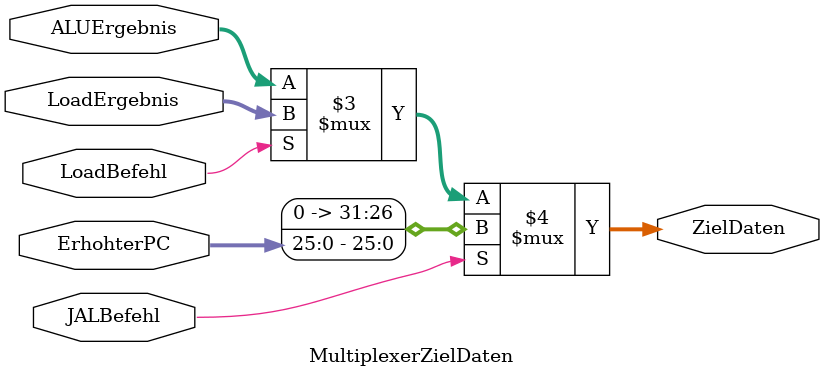
<source format=v>
module MultiplexerZielDaten (
    input [31:0] ALUErgebnis,
    input [25:0] ErhohterPC,
    input [31:0] LoadErgebnis,
    input JALBefehl,
    input LoadBefehl,
    output [31:0] ZielDaten
);

 assign ZielDaten = (JALBefehl==1'b1)? {6'b0,ErhohterPC}:
                    ((LoadBefehl==1'b1)? LoadErgebnis:
                    ALUErgebnis);

endmodule
</source>
